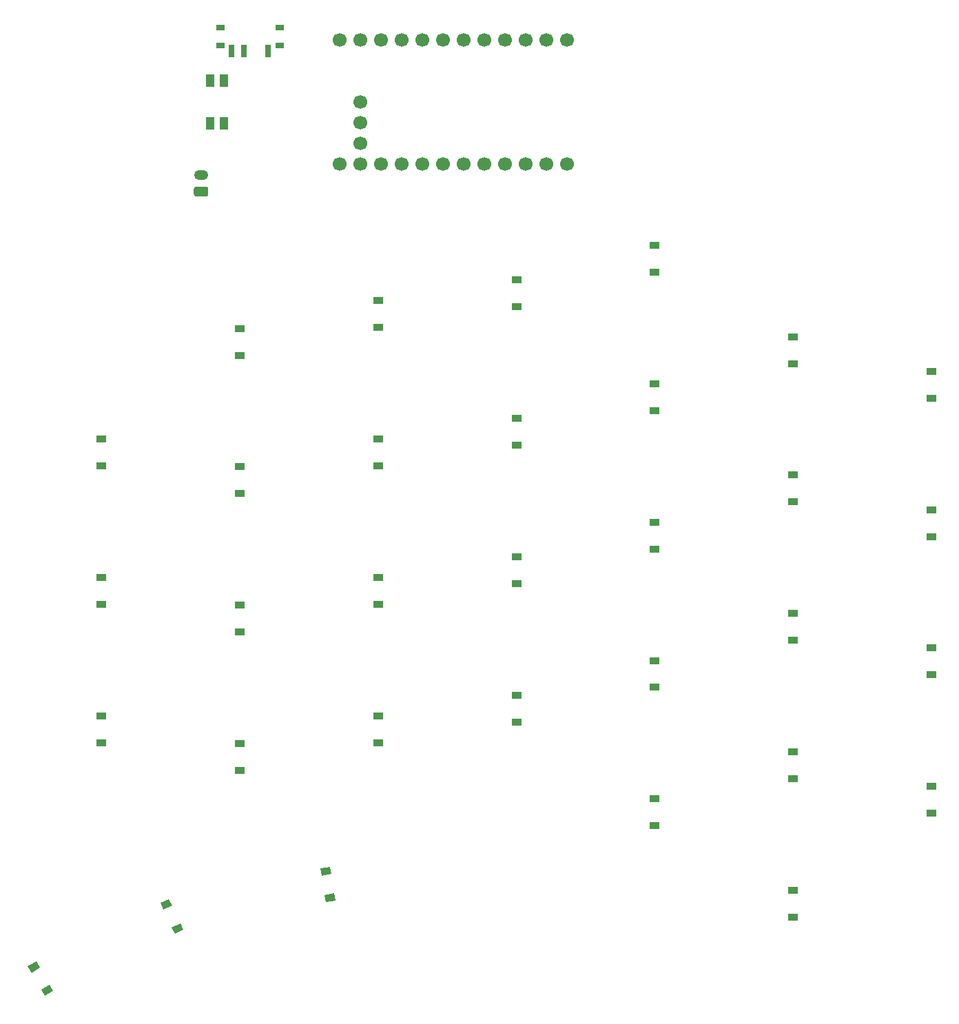
<source format=gtl>
G04 #@! TF.GenerationSoftware,KiCad,Pcbnew,8.0.8+1*
G04 #@! TF.CreationDate,2025-08-10T15:44:05+00:00*
G04 #@! TF.ProjectId,right_pcb,72696768-745f-4706-9362-2e6b69636164,v0.2*
G04 #@! TF.SameCoordinates,Original*
G04 #@! TF.FileFunction,Copper,L1,Top*
G04 #@! TF.FilePolarity,Positive*
%FSLAX46Y46*%
G04 Gerber Fmt 4.6, Leading zero omitted, Abs format (unit mm)*
G04 Created by KiCad (PCBNEW 8.0.8+1) date 2025-08-10 15:44:05*
%MOMM*%
%LPD*%
G01*
G04 APERTURE LIST*
G04 #@! TA.AperFunction,SMDPad,CuDef*
%ADD10R,1.200000X0.900000*%
G04 #@! TD*
G04 #@! TA.AperFunction,ComponentPad*
%ADD11O,1.750000X1.200000*%
G04 #@! TD*
G04 #@! TA.AperFunction,ComponentPad*
%ADD12C,1.700000*%
G04 #@! TD*
G04 #@! TA.AperFunction,SMDPad,CuDef*
%ADD13R,1.000000X1.550000*%
G04 #@! TD*
G04 #@! TA.AperFunction,SMDPad,CuDef*
%ADD14R,1.000000X0.800000*%
G04 #@! TD*
G04 #@! TA.AperFunction,SMDPad,CuDef*
%ADD15R,0.700000X1.500000*%
G04 #@! TD*
G04 APERTURE END LIST*
D10*
X227750000Y-76880000D03*
X227750000Y-73580000D03*
G04 #@! TA.AperFunction,SMDPad,CuDef*
G36*
X220850513Y-147480437D02*
G01*
X219762944Y-147987578D01*
X219382587Y-147171901D01*
X220470156Y-146664760D01*
X220850513Y-147480437D01*
G37*
G04 #@! TD.AperFunction*
G04 #@! TA.AperFunction,SMDPad,CuDef*
G36*
X219455873Y-144489621D02*
G01*
X218368304Y-144996762D01*
X217987947Y-144181085D01*
X219075516Y-143673944D01*
X219455873Y-144489621D01*
G37*
G04 #@! TD.AperFunction*
X278750000Y-100680000D03*
X278750000Y-97380000D03*
G04 #@! TA.AperFunction,ComponentPad*
G36*
G01*
X223635000Y-57370000D02*
X222365000Y-57370000D01*
G75*
G02*
X222125000Y-57130000I0J240000D01*
G01*
X222125000Y-56410000D01*
G75*
G02*
X222365000Y-56170000I240000J0D01*
G01*
X223635000Y-56170000D01*
G75*
G02*
X223875000Y-56410000I0J-240000D01*
G01*
X223875000Y-57130000D01*
G75*
G02*
X223635000Y-57370000I-240000J0D01*
G01*
G37*
G04 #@! TD.AperFunction*
D11*
X223000000Y-54770000D03*
D10*
X261750000Y-70930000D03*
X261750000Y-67630000D03*
X244750000Y-107480000D03*
X244750000Y-104180000D03*
X312750000Y-116150000D03*
X312750000Y-112850000D03*
X244750000Y-90480000D03*
X244750000Y-87180000D03*
X227750000Y-110880000D03*
X227750000Y-107580000D03*
X278750000Y-117680000D03*
X278750000Y-114380000D03*
X278750000Y-134680000D03*
X278750000Y-131380000D03*
G04 #@! TA.AperFunction,SMDPad,CuDef*
G36*
X239547333Y-143870923D02*
G01*
X238365564Y-144079300D01*
X238209281Y-143192973D01*
X239391050Y-142984596D01*
X239547333Y-143870923D01*
G37*
G04 #@! TD.AperFunction*
G04 #@! TA.AperFunction,SMDPad,CuDef*
G36*
X238974295Y-140621057D02*
G01*
X237792526Y-140829434D01*
X237636243Y-139943107D01*
X238818012Y-139734730D01*
X238974295Y-140621057D01*
G37*
G04 #@! TD.AperFunction*
X295750000Y-77900000D03*
X295750000Y-74600000D03*
X312750000Y-82150000D03*
X312750000Y-78850000D03*
X210750000Y-90480000D03*
X210750000Y-87180000D03*
X278750000Y-66680000D03*
X278750000Y-63380000D03*
X244750000Y-73480000D03*
X244750000Y-70180000D03*
X261750000Y-104930000D03*
X261750000Y-101630000D03*
D12*
X267950000Y-53390000D03*
X265410000Y-53390000D03*
X262870000Y-53390000D03*
X260330000Y-53390000D03*
X257790000Y-53390000D03*
X255250000Y-53390000D03*
X252710000Y-53390000D03*
X250170000Y-53390000D03*
X247630000Y-53390000D03*
X245090000Y-53390000D03*
X242550000Y-53390000D03*
X240010000Y-53390000D03*
X240010000Y-38150000D03*
X242550000Y-38150000D03*
X245090000Y-38150000D03*
X247630000Y-38150000D03*
X250170000Y-38150000D03*
X252710000Y-38150000D03*
X255250000Y-38150000D03*
X257790000Y-38150000D03*
X260330000Y-38150000D03*
X262870000Y-38150000D03*
X265410000Y-38150000D03*
X267950000Y-38150000D03*
X242550000Y-50850000D03*
X242550000Y-48310000D03*
X242550000Y-45770000D03*
D10*
X210750000Y-124480000D03*
X210750000Y-121180000D03*
G04 #@! TA.AperFunction,SMDPad,CuDef*
G36*
X204838007Y-154994785D02*
G01*
X203798777Y-155594785D01*
X203348777Y-154815363D01*
X204388007Y-154215363D01*
X204838007Y-154994785D01*
G37*
G04 #@! TD.AperFunction*
G04 #@! TA.AperFunction,SMDPad,CuDef*
G36*
X203188007Y-152136901D02*
G01*
X202148777Y-152736901D01*
X201698777Y-151957479D01*
X202738007Y-151357479D01*
X203188007Y-152136901D01*
G37*
G04 #@! TD.AperFunction*
X312750000Y-99150000D03*
X312750000Y-95850000D03*
X227750000Y-93880000D03*
X227750000Y-90580000D03*
X244750000Y-124480000D03*
X244750000Y-121180000D03*
X295750000Y-111900000D03*
X295750000Y-108600000D03*
X227750000Y-127880000D03*
X227750000Y-124580000D03*
X278750000Y-83680000D03*
X278750000Y-80380000D03*
D13*
X224150000Y-43145000D03*
X225850000Y-43145000D03*
X224150000Y-48395000D03*
X225850000Y-48395000D03*
D10*
X210750000Y-107480000D03*
X210750000Y-104180000D03*
X295750000Y-128900000D03*
X295750000Y-125600000D03*
D14*
X225350000Y-38855000D03*
X232650000Y-38855000D03*
X225350000Y-36645000D03*
X232650000Y-36645000D03*
D15*
X231250000Y-39505000D03*
X228250000Y-39505000D03*
X226750000Y-39505000D03*
D10*
X295750000Y-145900000D03*
X295750000Y-142600000D03*
X261750000Y-121930000D03*
X261750000Y-118630000D03*
X295750000Y-94900000D03*
X295750000Y-91600000D03*
X261750000Y-87930000D03*
X261750000Y-84630000D03*
X312750000Y-133150000D03*
X312750000Y-129850000D03*
M02*

</source>
